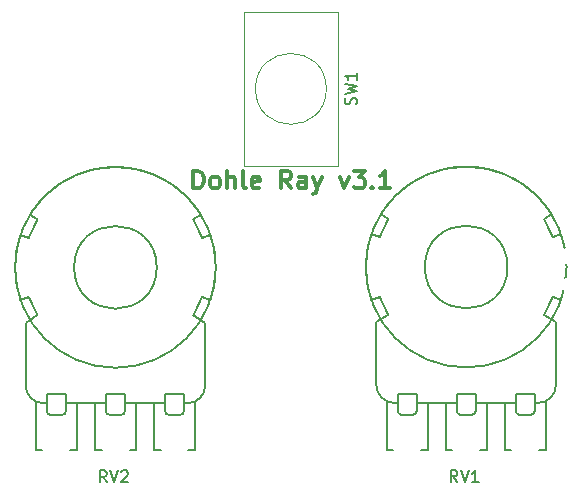
<source format=gto>
G04 #@! TF.GenerationSoftware,KiCad,Pcbnew,(6.0.11)*
G04 #@! TF.CreationDate,2023-07-08T12:35:04+02:00*
G04 #@! TF.ProjectId,IO Board,494f2042-6f61-4726-942e-6b696361645f,rev?*
G04 #@! TF.SameCoordinates,Original*
G04 #@! TF.FileFunction,Legend,Top*
G04 #@! TF.FilePolarity,Positive*
%FSLAX46Y46*%
G04 Gerber Fmt 4.6, Leading zero omitted, Abs format (unit mm)*
G04 Created by KiCad (PCBNEW (6.0.11)) date 2023-07-08 12:35:04*
%MOMM*%
%LPD*%
G01*
G04 APERTURE LIST*
%ADD10C,0.300000*%
%ADD11C,0.150000*%
%ADD12C,0.200000*%
%ADD13C,0.120000*%
%ADD14C,2.200000*%
%ADD15O,2.300000X1.700000*%
%ADD16O,4.000000X2.750000*%
%ADD17R,1.700000X1.700000*%
%ADD18O,1.700000X1.700000*%
G04 APERTURE END LIST*
D10*
X130957085Y-112082971D02*
X130957085Y-110582971D01*
X131314228Y-110582971D01*
X131528514Y-110654400D01*
X131671371Y-110797257D01*
X131742800Y-110940114D01*
X131814228Y-111225828D01*
X131814228Y-111440114D01*
X131742800Y-111725828D01*
X131671371Y-111868685D01*
X131528514Y-112011542D01*
X131314228Y-112082971D01*
X130957085Y-112082971D01*
X132671371Y-112082971D02*
X132528514Y-112011542D01*
X132457085Y-111940114D01*
X132385657Y-111797257D01*
X132385657Y-111368685D01*
X132457085Y-111225828D01*
X132528514Y-111154400D01*
X132671371Y-111082971D01*
X132885657Y-111082971D01*
X133028514Y-111154400D01*
X133099942Y-111225828D01*
X133171371Y-111368685D01*
X133171371Y-111797257D01*
X133099942Y-111940114D01*
X133028514Y-112011542D01*
X132885657Y-112082971D01*
X132671371Y-112082971D01*
X133814228Y-112082971D02*
X133814228Y-110582971D01*
X134457085Y-112082971D02*
X134457085Y-111297257D01*
X134385657Y-111154400D01*
X134242800Y-111082971D01*
X134028514Y-111082971D01*
X133885657Y-111154400D01*
X133814228Y-111225828D01*
X135385657Y-112082971D02*
X135242800Y-112011542D01*
X135171371Y-111868685D01*
X135171371Y-110582971D01*
X136528514Y-112011542D02*
X136385657Y-112082971D01*
X136099942Y-112082971D01*
X135957085Y-112011542D01*
X135885657Y-111868685D01*
X135885657Y-111297257D01*
X135957085Y-111154400D01*
X136099942Y-111082971D01*
X136385657Y-111082971D01*
X136528514Y-111154400D01*
X136599942Y-111297257D01*
X136599942Y-111440114D01*
X135885657Y-111582971D01*
X139242800Y-112082971D02*
X138742800Y-111368685D01*
X138385657Y-112082971D02*
X138385657Y-110582971D01*
X138957085Y-110582971D01*
X139099942Y-110654400D01*
X139171371Y-110725828D01*
X139242800Y-110868685D01*
X139242800Y-111082971D01*
X139171371Y-111225828D01*
X139099942Y-111297257D01*
X138957085Y-111368685D01*
X138385657Y-111368685D01*
X140528514Y-112082971D02*
X140528514Y-111297257D01*
X140457085Y-111154400D01*
X140314228Y-111082971D01*
X140028514Y-111082971D01*
X139885657Y-111154400D01*
X140528514Y-112011542D02*
X140385657Y-112082971D01*
X140028514Y-112082971D01*
X139885657Y-112011542D01*
X139814228Y-111868685D01*
X139814228Y-111725828D01*
X139885657Y-111582971D01*
X140028514Y-111511542D01*
X140385657Y-111511542D01*
X140528514Y-111440114D01*
X141099942Y-111082971D02*
X141457085Y-112082971D01*
X141814228Y-111082971D02*
X141457085Y-112082971D01*
X141314228Y-112440114D01*
X141242800Y-112511542D01*
X141099942Y-112582971D01*
X143385657Y-111082971D02*
X143742800Y-112082971D01*
X144099942Y-111082971D01*
X144528514Y-110582971D02*
X145457085Y-110582971D01*
X144957085Y-111154400D01*
X145171371Y-111154400D01*
X145314228Y-111225828D01*
X145385657Y-111297257D01*
X145457085Y-111440114D01*
X145457085Y-111797257D01*
X145385657Y-111940114D01*
X145314228Y-112011542D01*
X145171371Y-112082971D01*
X144742800Y-112082971D01*
X144599942Y-112011542D01*
X144528514Y-111940114D01*
X146099942Y-111940114D02*
X146171371Y-112011542D01*
X146099942Y-112082971D01*
X146028514Y-112011542D01*
X146099942Y-111940114D01*
X146099942Y-112082971D01*
X147599942Y-112082971D02*
X146742800Y-112082971D01*
X147171371Y-112082971D02*
X147171371Y-110582971D01*
X147028514Y-110797257D01*
X146885657Y-110940114D01*
X146742800Y-111011542D01*
D11*
X153295397Y-136940096D02*
X152962064Y-136463906D01*
X152723969Y-136940096D02*
X152723969Y-135940096D01*
X153104921Y-135940096D01*
X153200159Y-135987716D01*
X153247778Y-136035335D01*
X153295397Y-136130573D01*
X153295397Y-136273430D01*
X153247778Y-136368668D01*
X153200159Y-136416287D01*
X153104921Y-136463906D01*
X152723969Y-136463906D01*
X153581112Y-135940096D02*
X153914445Y-136940096D01*
X154247778Y-135940096D01*
X155104921Y-136940096D02*
X154533493Y-136940096D01*
X154819207Y-136940096D02*
X154819207Y-135940096D01*
X154723969Y-136082954D01*
X154628731Y-136178192D01*
X154533493Y-136225811D01*
X123599567Y-136968727D02*
X123266234Y-136492537D01*
X123028139Y-136968727D02*
X123028139Y-135968727D01*
X123409091Y-135968727D01*
X123504329Y-136016347D01*
X123551948Y-136063966D01*
X123599567Y-136159204D01*
X123599567Y-136302061D01*
X123551948Y-136397299D01*
X123504329Y-136444918D01*
X123409091Y-136492537D01*
X123028139Y-136492537D01*
X123885282Y-135968727D02*
X124218615Y-136968727D01*
X124551948Y-135968727D01*
X124837663Y-136063966D02*
X124885282Y-136016347D01*
X124980520Y-135968727D01*
X125218615Y-135968727D01*
X125313853Y-136016347D01*
X125361472Y-136063966D01*
X125409091Y-136159204D01*
X125409091Y-136254442D01*
X125361472Y-136397299D01*
X124790044Y-136968727D01*
X125409091Y-136968727D01*
X144727561Y-104965333D02*
X144775180Y-104822476D01*
X144775180Y-104584380D01*
X144727561Y-104489142D01*
X144679942Y-104441523D01*
X144584704Y-104393904D01*
X144489466Y-104393904D01*
X144394228Y-104441523D01*
X144346609Y-104489142D01*
X144298990Y-104584380D01*
X144251371Y-104774857D01*
X144203752Y-104870095D01*
X144156133Y-104917714D01*
X144060895Y-104965333D01*
X143965657Y-104965333D01*
X143870419Y-104917714D01*
X143822800Y-104870095D01*
X143775180Y-104774857D01*
X143775180Y-104536761D01*
X143822800Y-104393904D01*
X143775180Y-104060571D02*
X144775180Y-103822476D01*
X144060895Y-103632000D01*
X144775180Y-103441523D01*
X143775180Y-103203428D01*
X144775180Y-102298666D02*
X144775180Y-102870095D01*
X144775180Y-102584380D02*
X143775180Y-102584380D01*
X143918038Y-102679619D01*
X144013276Y-102774857D01*
X144060895Y-102870095D01*
D12*
X160650154Y-114682457D02*
X161289157Y-114289806D01*
X159847118Y-129489848D02*
X159847118Y-130139848D01*
X159947118Y-130239848D02*
X160147118Y-130239848D01*
X158247118Y-129489848D02*
X159847118Y-129489848D01*
X153247118Y-129489848D02*
X154847118Y-129489848D01*
X146805080Y-114289806D02*
X147444083Y-114682457D01*
X154847118Y-129489848D02*
X154847118Y-130139848D01*
X146005588Y-121493716D02*
X146715135Y-121250728D01*
X154847118Y-129489848D02*
X154847118Y-130139848D01*
X161647118Y-128739848D02*
X161647118Y-123409848D01*
X149847118Y-129489848D02*
X149847118Y-130139848D01*
X147307118Y-134239848D02*
X147868678Y-134242577D01*
X158247118Y-130929848D02*
X158247118Y-129989848D01*
X148247118Y-130139848D02*
X148247118Y-129489848D01*
X150787118Y-134239848D02*
X150787118Y-134159300D01*
X159547118Y-131229848D02*
X158547118Y-131229848D01*
X149547118Y-131229848D02*
X148547118Y-131229848D01*
X161647118Y-123409848D02*
X160650154Y-122797240D01*
X159947118Y-130239848D02*
X160147118Y-130239848D01*
X160787118Y-134239848D02*
X160787118Y-130096462D01*
X153247118Y-129489848D02*
X154847118Y-129489848D01*
X150787118Y-134159300D02*
X150787118Y-130239848D01*
X160787118Y-134239848D02*
X160214272Y-134242577D01*
X153247118Y-130929848D02*
X153247118Y-129989848D01*
X147307118Y-134239848D02*
X147307118Y-130096462D01*
X158247118Y-130139848D02*
X158247118Y-129489848D01*
X147444083Y-122797240D02*
X146447118Y-123409848D01*
X155787118Y-134239848D02*
X155787118Y-130239848D01*
X148247118Y-129989848D02*
X148247118Y-129489848D01*
X148247118Y-129489848D02*
X149847118Y-129489848D01*
X146447118Y-123409848D02*
X146447118Y-128739848D01*
X160650154Y-114682457D02*
X161289157Y-114289806D01*
X159847118Y-129989848D02*
X159847118Y-130929848D01*
X154847118Y-129989848D02*
X154847118Y-130929848D01*
X154547118Y-131229848D02*
X153547118Y-131229848D01*
X152307118Y-134239848D02*
X152307118Y-130239848D01*
X146715135Y-116228968D02*
X146005588Y-115985980D01*
X158247118Y-129489848D02*
X159847118Y-129489848D01*
X146447118Y-123409848D02*
X146447118Y-128739848D01*
X154847118Y-129489848D02*
X154847118Y-129989848D01*
X155787118Y-134239848D02*
X155243308Y-134242577D01*
X150787118Y-134239848D02*
X150221563Y-134242577D01*
X149947118Y-130239848D02*
X153147118Y-130239848D01*
X152307118Y-134239848D02*
X152867854Y-134242577D01*
X153247118Y-130139848D02*
X153247118Y-129489848D01*
X154947118Y-130239848D02*
X158147118Y-130239848D01*
X148247118Y-129489848D02*
X149847118Y-129489848D01*
X148247118Y-130929848D02*
X148247118Y-129989848D01*
X158247118Y-130139848D02*
X158247118Y-129489848D01*
X146005588Y-121493716D02*
X146715135Y-121250728D01*
X147947118Y-130239848D02*
X148147118Y-130239848D01*
X148247118Y-130139848D02*
X148247118Y-129489848D01*
X157307118Y-134239848D02*
X157307118Y-130239848D01*
X159847118Y-129489848D02*
X159847118Y-129989848D01*
X161379102Y-121250728D02*
X162088649Y-121493716D01*
X148247118Y-129489848D02*
X149847118Y-129489848D01*
X158247118Y-129989848D02*
X158247118Y-129489848D01*
X161379102Y-121250728D02*
X162088649Y-121493716D01*
X146805080Y-114289806D02*
X147444083Y-114682457D01*
X158247118Y-129489848D02*
X159847118Y-129489848D01*
X149847118Y-129489848D02*
X149847118Y-129989848D01*
X154947118Y-130239848D02*
X158147118Y-130239848D01*
X149847118Y-129489848D02*
X149847118Y-130139848D01*
X161647118Y-123409848D02*
X160650154Y-122797240D01*
X153247118Y-129489848D02*
X154847118Y-129489848D01*
X157307118Y-134239848D02*
X157867029Y-134242577D01*
X149947118Y-130239848D02*
X153147118Y-130239848D01*
X162088649Y-115985980D02*
X161379102Y-116228968D01*
X147444083Y-122797240D02*
X146447118Y-123409848D01*
X146715135Y-116228968D02*
X146005588Y-115985980D01*
X153247118Y-129989848D02*
X153247118Y-129489848D01*
X161647118Y-128739848D02*
X161647118Y-123409848D01*
X153247118Y-130139848D02*
X153247118Y-129489848D01*
X149847118Y-129989848D02*
X149847118Y-130929848D01*
X147947118Y-130239848D02*
X148147118Y-130239848D01*
X159847118Y-129489848D02*
X159847118Y-130139848D01*
X162088649Y-115985980D02*
X161379102Y-116228968D01*
X149547118Y-131229848D02*
G75*
G03*
X149847118Y-130929848I0J300000D01*
G01*
X149847118Y-130139848D02*
G75*
G03*
X149947118Y-130239848I100002J2D01*
G01*
X154847104Y-130139848D02*
G75*
G03*
X154947118Y-130239848I100032J32D01*
G01*
X160650154Y-122797240D02*
G75*
G03*
X161379102Y-121250728I-6602992J4057369D01*
G01*
X146005588Y-115985980D02*
G75*
G03*
X146005588Y-121493716I8041523J-2753868D01*
G01*
X153147118Y-130239848D02*
G75*
G03*
X153247118Y-130139848I1J99999D01*
G01*
X147444083Y-114682457D02*
G75*
G03*
X146715135Y-116228968I6603015J-4057382D01*
G01*
X154847104Y-130139848D02*
G75*
G03*
X154947118Y-130239848I100032J32D01*
G01*
X162088649Y-121493716D02*
G75*
G03*
X162088649Y-115985980I-8041542J2753868D01*
G01*
X158147118Y-130239798D02*
G75*
G03*
X158247118Y-130139848I18J99982D01*
G01*
X146447118Y-128739848D02*
G75*
G03*
X147947118Y-130239848I1500001J1D01*
G01*
X161289156Y-114289806D02*
G75*
G03*
X146805080Y-114289806I-7242038J-4450041D01*
G01*
X161379102Y-116228968D02*
G75*
G03*
X160650154Y-114682457I-7331963J-2510871D01*
G01*
X146005588Y-115985980D02*
G75*
G03*
X146005588Y-121493716I8041523J-2753868D01*
G01*
X158247104Y-130929848D02*
G75*
G03*
X158547118Y-131229848I300032J32D01*
G01*
X159847104Y-130139848D02*
G75*
G03*
X159947118Y-130239848I100032J32D01*
G01*
X148147118Y-130239848D02*
G75*
G03*
X148247118Y-130139848I1J99999D01*
G01*
X146715135Y-121250728D02*
G75*
G03*
X147444083Y-122797240I7331940J2510857D01*
G01*
X148247118Y-130929848D02*
G75*
G03*
X148547118Y-131229848I300000J0D01*
G01*
X149847118Y-130139848D02*
G75*
G03*
X149947118Y-130239848I100002J2D01*
G01*
X153247118Y-130929848D02*
G75*
G03*
X153547118Y-131229848I300000J0D01*
G01*
X159547118Y-131229848D02*
G75*
G03*
X159847118Y-130929848I-2J300002D01*
G01*
X147444083Y-114682457D02*
G75*
G03*
X146715135Y-116228968I6603015J-4057382D01*
G01*
X160650154Y-122797240D02*
G75*
G03*
X161379102Y-121250728I-6602992J4057369D01*
G01*
X159847104Y-130139848D02*
G75*
G03*
X159947118Y-130239848I100032J32D01*
G01*
X162088649Y-121493716D02*
G75*
G03*
X162088649Y-115985980I-8041542J2753868D01*
G01*
X160147118Y-130239848D02*
G75*
G03*
X161647118Y-128739848I-2J1500002D01*
G01*
X146715135Y-121250728D02*
G75*
G03*
X147444083Y-122797240I7331940J2510857D01*
G01*
X153147118Y-130239848D02*
G75*
G03*
X153247118Y-130139848I1J99999D01*
G01*
X158147118Y-130239798D02*
G75*
G03*
X158247118Y-130139848I18J99982D01*
G01*
X154547118Y-131229848D02*
G75*
G03*
X154847118Y-130929848I0J300000D01*
G01*
X160147118Y-130239848D02*
G75*
G03*
X161647118Y-128739848I-2J1500002D01*
G01*
X161289156Y-114289806D02*
G75*
G03*
X146805080Y-114289806I-7242038J-4450041D01*
G01*
X146447118Y-128739848D02*
G75*
G03*
X147947118Y-130239848I1500001J1D01*
G01*
X148147118Y-130239848D02*
G75*
G03*
X148247118Y-130139848I1J99999D01*
G01*
X157547118Y-118739848D02*
G75*
G03*
X157547118Y-118739848I-3500000J0D01*
G01*
X162547118Y-118739848D02*
G75*
G03*
X162547118Y-118739848I-8500000J0D01*
G01*
X117611288Y-134268479D02*
X117611288Y-130125093D01*
X128551288Y-129518479D02*
X130151288Y-129518479D01*
X118551288Y-130958479D02*
X118551288Y-130018479D01*
X128551288Y-130018479D02*
X128551288Y-129518479D01*
X121091288Y-134268479D02*
X120525733Y-134271208D01*
X131683272Y-121279359D02*
X132392819Y-121522347D01*
X120251288Y-130268479D02*
X123451288Y-130268479D01*
X117019305Y-116257599D02*
X116309758Y-116014611D01*
X131091288Y-134268479D02*
X131091288Y-130125093D01*
X130251288Y-130268479D02*
X130451288Y-130268479D01*
X130151288Y-129518479D02*
X130151288Y-130168479D01*
X125251288Y-130268479D02*
X128451288Y-130268479D01*
X131951288Y-128768479D02*
X131951288Y-123438479D01*
X118251288Y-130268479D02*
X118451288Y-130268479D01*
X118551288Y-129518479D02*
X120151288Y-129518479D01*
X122611288Y-134268479D02*
X123172024Y-134271208D01*
X118551288Y-130018479D02*
X118551288Y-129518479D01*
X129851288Y-131258479D02*
X128851288Y-131258479D01*
X130954324Y-114711088D02*
X131593327Y-114318437D01*
X120151288Y-129518479D02*
X120151288Y-130168479D01*
X131951288Y-128768479D02*
X131951288Y-123438479D01*
X132392819Y-116014611D02*
X131683272Y-116257599D01*
X123551288Y-130958479D02*
X123551288Y-130018479D01*
X120251288Y-130268479D02*
X123451288Y-130268479D01*
X130151288Y-129518479D02*
X130151288Y-130168479D01*
X126091288Y-134268479D02*
X125547478Y-134271208D01*
X128551288Y-129518479D02*
X130151288Y-129518479D01*
X128551288Y-129518479D02*
X130151288Y-129518479D01*
X117611288Y-134268479D02*
X118172848Y-134271208D01*
X118551288Y-129518479D02*
X120151288Y-129518479D01*
X116309758Y-121522347D02*
X117019305Y-121279359D01*
X119851288Y-131258479D02*
X118851288Y-131258479D01*
X125151288Y-129518479D02*
X125151288Y-130018479D01*
X131951288Y-123438479D02*
X130954324Y-122825871D01*
X123551288Y-130018479D02*
X123551288Y-129518479D01*
X128551288Y-130958479D02*
X128551288Y-130018479D01*
X125151288Y-129518479D02*
X125151288Y-130168479D01*
X130954324Y-114711088D02*
X131593327Y-114318437D01*
X130151288Y-129518479D02*
X130151288Y-130018479D01*
X123551288Y-130168479D02*
X123551288Y-129518479D01*
X130151288Y-130018479D02*
X130151288Y-130958479D01*
X120151288Y-129518479D02*
X120151288Y-130168479D01*
X116751288Y-123438479D02*
X116751288Y-128768479D01*
X120151288Y-130018479D02*
X120151288Y-130958479D01*
X126091288Y-134268479D02*
X126091288Y-130268479D01*
X116751288Y-123438479D02*
X116751288Y-128768479D01*
X118251288Y-130268479D02*
X118451288Y-130268479D01*
X117109250Y-114318437D02*
X117748253Y-114711088D01*
X123551288Y-129518479D02*
X125151288Y-129518479D01*
X121091288Y-134187931D02*
X121091288Y-130268479D01*
X123551288Y-129518479D02*
X125151288Y-129518479D01*
X122611288Y-134268479D02*
X122611288Y-130268479D01*
X123551288Y-130168479D02*
X123551288Y-129518479D01*
X125151288Y-129518479D02*
X125151288Y-130168479D01*
X125151288Y-130018479D02*
X125151288Y-130958479D01*
X118551288Y-129518479D02*
X120151288Y-129518479D01*
X128551288Y-130168479D02*
X128551288Y-129518479D01*
X117748253Y-122825871D02*
X116751288Y-123438479D01*
X118551288Y-130168479D02*
X118551288Y-129518479D01*
X127611288Y-134268479D02*
X128171199Y-134271208D01*
X130251288Y-130268479D02*
X130451288Y-130268479D01*
X127611288Y-134268479D02*
X127611288Y-130268479D01*
X116309758Y-121522347D02*
X117019305Y-121279359D01*
X117748253Y-122825871D02*
X116751288Y-123438479D01*
X124851288Y-131258479D02*
X123851288Y-131258479D01*
X117019305Y-116257599D02*
X116309758Y-116014611D01*
X123551288Y-129518479D02*
X125151288Y-129518479D01*
X131683272Y-121279359D02*
X132392819Y-121522347D01*
X117109250Y-114318437D02*
X117748253Y-114711088D01*
X125251288Y-130268479D02*
X128451288Y-130268479D01*
X120151288Y-129518479D02*
X120151288Y-130018479D01*
X128551288Y-130168479D02*
X128551288Y-129518479D01*
X132392819Y-116014611D02*
X131683272Y-116257599D01*
X118551288Y-130168479D02*
X118551288Y-129518479D01*
X121091288Y-134268479D02*
X121091288Y-134187931D01*
X131091288Y-134268479D02*
X130518442Y-134271208D01*
X131951288Y-123438479D02*
X130954324Y-122825871D01*
X120151288Y-130168479D02*
G75*
G03*
X120251288Y-130268479I100002J2D01*
G01*
X130451288Y-130268479D02*
G75*
G03*
X131951288Y-128768479I-2J1500002D01*
G01*
X131683272Y-116257599D02*
G75*
G03*
X130954324Y-114711088I-7331963J-2510871D01*
G01*
X129851288Y-131258479D02*
G75*
G03*
X130151288Y-130958479I-2J300002D01*
G01*
X125151274Y-130168479D02*
G75*
G03*
X125251288Y-130268479I100032J32D01*
G01*
X118451288Y-130268479D02*
G75*
G03*
X118551288Y-130168479I1J99999D01*
G01*
X116751288Y-128768479D02*
G75*
G03*
X118251288Y-130268479I1500001J1D01*
G01*
X117748253Y-114711088D02*
G75*
G03*
X117019305Y-116257599I6603015J-4057382D01*
G01*
X118451288Y-130268479D02*
G75*
G03*
X118551288Y-130168479I1J99999D01*
G01*
X132392819Y-121522347D02*
G75*
G03*
X132392819Y-116014611I-8041542J2753868D01*
G01*
X117748253Y-114711088D02*
G75*
G03*
X117019305Y-116257599I6603015J-4057382D01*
G01*
X117019305Y-121279359D02*
G75*
G03*
X117748253Y-122825871I7331940J2510857D01*
G01*
X119851288Y-131258479D02*
G75*
G03*
X120151288Y-130958479I0J300000D01*
G01*
X128551274Y-130958479D02*
G75*
G03*
X128851288Y-131258479I300032J32D01*
G01*
X130151274Y-130168479D02*
G75*
G03*
X130251288Y-130268479I100032J32D01*
G01*
X130151274Y-130168479D02*
G75*
G03*
X130251288Y-130268479I100032J32D01*
G01*
X132392819Y-121522347D02*
G75*
G03*
X132392819Y-116014611I-8041542J2753868D01*
G01*
X123551288Y-130958479D02*
G75*
G03*
X123851288Y-131258479I300000J0D01*
G01*
X116751288Y-128768479D02*
G75*
G03*
X118251288Y-130268479I1500001J1D01*
G01*
X120151288Y-130168479D02*
G75*
G03*
X120251288Y-130268479I100002J2D01*
G01*
X116309758Y-116014611D02*
G75*
G03*
X116309758Y-121522347I8041523J-2753868D01*
G01*
X130451288Y-130268479D02*
G75*
G03*
X131951288Y-128768479I-2J1500002D01*
G01*
X116309758Y-116014611D02*
G75*
G03*
X116309758Y-121522347I8041523J-2753868D01*
G01*
X128451288Y-130268429D02*
G75*
G03*
X128551288Y-130168479I18J99982D01*
G01*
X128451288Y-130268429D02*
G75*
G03*
X128551288Y-130168479I18J99982D01*
G01*
X130954324Y-122825871D02*
G75*
G03*
X131683272Y-121279359I-6602992J4057369D01*
G01*
X131593326Y-114318437D02*
G75*
G03*
X117109250Y-114318437I-7242038J-4450041D01*
G01*
X117019305Y-121279359D02*
G75*
G03*
X117748253Y-122825871I7331940J2510857D01*
G01*
X125151274Y-130168479D02*
G75*
G03*
X125251288Y-130268479I100032J32D01*
G01*
X124851288Y-131258479D02*
G75*
G03*
X125151288Y-130958479I0J300000D01*
G01*
X123451288Y-130268479D02*
G75*
G03*
X123551288Y-130168479I1J99999D01*
G01*
X123451288Y-130268479D02*
G75*
G03*
X123551288Y-130168479I1J99999D01*
G01*
X130954324Y-122825871D02*
G75*
G03*
X131683272Y-121279359I-6602992J4057369D01*
G01*
X118551288Y-130958479D02*
G75*
G03*
X118851288Y-131258479I300000J0D01*
G01*
X131593326Y-114318437D02*
G75*
G03*
X117109250Y-114318437I-7242038J-4450041D01*
G01*
X132851288Y-118768479D02*
G75*
G03*
X132851288Y-118768479I-8500000J0D01*
G01*
X127851288Y-118768479D02*
G75*
G03*
X127851288Y-118768479I-3500000J0D01*
G01*
D13*
X135209679Y-97155040D02*
X143209679Y-97155040D01*
X143209679Y-97155040D02*
X143209679Y-110155040D01*
X143209679Y-110155040D02*
X135209679Y-110155040D01*
X135209679Y-110155040D02*
X135209679Y-97155040D01*
X142209679Y-103655040D02*
G75*
G03*
X142209679Y-103655040I-3000000J0D01*
G01*
%LPC*%
D14*
X118219202Y-100970620D03*
D15*
X159041209Y-134686948D03*
X154049520Y-134686948D03*
X149051463Y-134712416D03*
X129345379Y-134715579D03*
X124353690Y-134715579D03*
X119355633Y-134741047D03*
D16*
X139209679Y-108155040D03*
X139209679Y-103655040D03*
X139209679Y-99155040D03*
D17*
X163017200Y-125425200D03*
D18*
X163017200Y-122885200D03*
X163017200Y-120345200D03*
X163017200Y-117805200D03*
X163017200Y-115265200D03*
X163017200Y-112725200D03*
X163017200Y-110185200D03*
M02*

</source>
